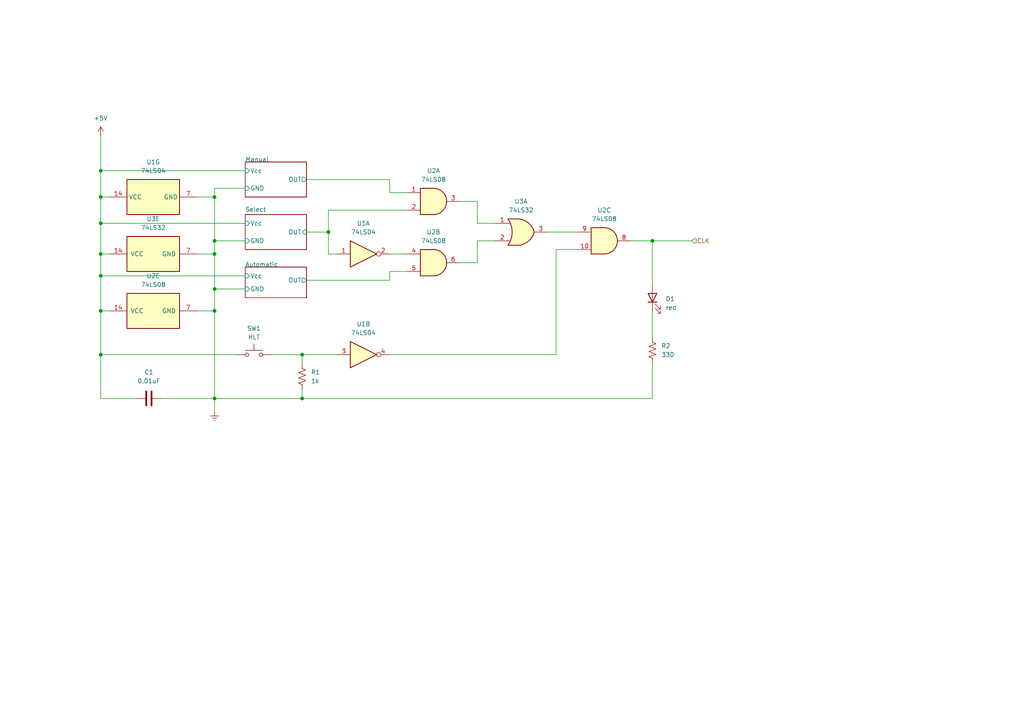
<source format=kicad_sch>
(kicad_sch (version 20230121) (generator eeschema)
  (paper "A4")
  (title_block (title "Clock generation") (date "2023-01-29") (rev "0"))
  (lib_symbols
    (symbol "74xx:74LS04"
      (property "Reference" "U" (at 0 1.27 0))
      (property "Value" "74LS04" (at 0 -1.27 0))
      (symbol "74LS04_1_0"
        (polyline (pts (xy -3.81 3.81) (xy -3.81 -3.81) (xy 3.81 0) (xy -3.81 3.81)) (stroke (width 0.254)) (fill (type background)))
        (pin input line (at -7.62 0 0) (length 3.81) (name "~") (number "1"))
        (pin output inverted (at 7.62 0 180) (length 3.81) (name "~") (number "2"))
      )
      (symbol "74LS04_2_0"
        (polyline (pts (xy -3.81 3.81) (xy -3.81 -3.81) (xy 3.81 0) (xy -3.81 3.81)) (stroke (width 0.254)) (fill (type background)))
        (pin input line (at -7.62 0 0) (length 3.81) (name "~") (number "3"))
        (pin output inverted (at 7.62 0 180) (length 3.81) (name "~") (number "4"))
      )
      (symbol "74LS04_3_0"
        (polyline (pts (xy -3.81 3.81) (xy -3.81 -3.81) (xy 3.81 0) (xy -3.81 3.81)) (stroke (width 0.254)) (fill (type background)))
        (pin input line (at -7.62 0 0) (length 3.81) (name "~") (number "5"))
        (pin output inverted (at 7.62 0 180) (length 3.81) (name "~") (number "6"))
      )
      (symbol "74LS04_4_0"
        (polyline (pts (xy -3.81 3.81) (xy -3.81 -3.81) (xy 3.81 0) (xy -3.81 3.81)) (stroke (width 0.254)) (fill (type background)))
        (pin output inverted (at 7.62 0 180) (length 3.81) (name "~") (number "8"))
        (pin input line (at -7.62 0 0) (length 3.81) (name "~") (number "9"))
      )
      (symbol "74LS04_5_0"
        (polyline (pts (xy -3.81 3.81) (xy -3.81 -3.81) (xy 3.81 0) (xy -3.81 3.81)) (stroke (width 0.254)) (fill (type background)))
        (pin output inverted (at 7.62 0 180) (length 3.81) (name "~") (number "10"))
        (pin input line (at -7.62 0 0) (length 3.81) (name "~") (number "11"))
      )
      (symbol "74LS04_6_0"
        (polyline (pts (xy -3.81 3.81) (xy -3.81 -3.81) (xy 3.81 0) (xy -3.81 3.81)) (stroke (width 0.254)) (fill (type background)))
        (pin output inverted (at 7.62 0 180) (length 3.81) (name "~") (number "12"))
        (pin input line (at -7.62 0 0) (length 3.81) (name "~") (number "13"))
      )
      (symbol "74LS04_7_0"
        (pin power_in line (at 0 12.7 270) (length 5.08) (name "VCC") (number "14"))
        (pin power_in line (at 0 -12.7 90) (length 5.08) (name "GND") (number "7"))
      )
      (symbol "74LS04_7_1"
        (rectangle (start -5.08 7.62) (end 5.08 -7.62) (stroke (width 0.254)) (fill (type background)))
      )
    )
    (symbol "74xx:74LS08" (pin_names (offset 1.016))
      (property "Reference" "U" (at 0 1.27 0))
      (property "Value" "74LS08" (at 0 -1.27 0))
      (symbol "74LS08_1_1"
        (arc (start 0 -3.81) (mid 3.7934 0) (end 0 3.81) (stroke (width 0.254)) (fill (type background)))
        (polyline (pts (xy 0 3.81) (xy -3.81 3.81) (xy -3.81 -3.81) (xy 0 -3.81)) (stroke (width 0.254)) (fill (type background)))
        (pin input line (at -7.62 2.54 0) (length 3.81) (name "~") (number "1"))
        (pin input line (at -7.62 -2.54 0) (length 3.81) (name "~") (number "2"))
        (pin output line (at 7.62 0 180) (length 3.81) (name "~") (number "3"))
      )
      (symbol "74LS08_1_2"
        (arc (start -3.81 -3.81) (mid -2.589 0) (end -3.81 3.81) (stroke (width 0.254)))
        (arc (start -0.6096 -3.81) (mid 2.1842 -2.5851) (end 3.81 0) (stroke (width 0.254)) (fill (type background)))
        (polyline (pts (xy -3.81 -3.81) (xy -0.635 -3.81)) (stroke (width 0.254)) (fill (type background)))
        (polyline (pts (xy -3.81 3.81) (xy -0.635 3.81)) (stroke (width 0.254)) (fill (type background)))
        (polyline (pts (xy -0.635 3.81) (xy -3.81 3.81) (xy -3.81 3.81) (xy -3.556 3.4036) (xy -3.0226 2.2606) (xy -2.6924 1.0414) (xy -2.6162 -0.254) (xy -2.7686 -1.4986) (xy -3.175 -2.7178) (xy -3.81 -3.81) (xy -3.81 -3.81) (xy -0.635 -3.81)) (stroke (width -25.4)) (fill (type background)))
        (arc (start 3.81 0) (mid 2.1915 2.5936) (end -0.6096 3.81) (stroke (width 0.254)) (fill (type background)))
        (pin input inverted (at -7.62 2.54 0) (length 4.318) (name "~") (number "1"))
        (pin input inverted (at -7.62 -2.54 0) (length 4.318) (name "~") (number "2"))
        (pin output inverted (at 7.62 0 180) (length 3.81) (name "~") (number "3"))
      )
      (symbol "74LS08_2_1"
        (arc (start 0 -3.81) (mid 3.7934 0) (end 0 3.81) (stroke (width 0.254)) (fill (type background)))
        (polyline (pts (xy 0 3.81) (xy -3.81 3.81) (xy -3.81 -3.81) (xy 0 -3.81)) (stroke (width 0.254)) (fill (type background)))
        (pin input line (at -7.62 2.54 0) (length 3.81) (name "~") (number "4"))
        (pin input line (at -7.62 -2.54 0) (length 3.81) (name "~") (number "5"))
        (pin output line (at 7.62 0 180) (length 3.81) (name "~") (number "6"))
      )
      (symbol "74LS08_2_2"
        (arc (start -3.81 -3.81) (mid -2.589 0) (end -3.81 3.81) (stroke (width 0.254)))
        (arc (start -0.6096 -3.81) (mid 2.1842 -2.5851) (end 3.81 0) (stroke (width 0.254)) (fill (type background)))
        (polyline (pts (xy -3.81 -3.81) (xy -0.635 -3.81)) (stroke (width 0.254)) (fill (type background)))
        (polyline (pts (xy -3.81 3.81) (xy -0.635 3.81)) (stroke (width 0.254)) (fill (type background)))
        (polyline (pts (xy -0.635 3.81) (xy -3.81 3.81) (xy -3.81 3.81) (xy -3.556 3.4036) (xy -3.0226 2.2606) (xy -2.6924 1.0414) (xy -2.6162 -0.254) (xy -2.7686 -1.4986) (xy -3.175 -2.7178) (xy -3.81 -3.81) (xy -3.81 -3.81) (xy -0.635 -3.81)) (stroke (width -25.4)) (fill (type background)))
        (arc (start 3.81 0) (mid 2.1915 2.5936) (end -0.6096 3.81) (stroke (width 0.254)) (fill (type background)))
        (pin input inverted (at -7.62 2.54 0) (length 4.318) (name "~") (number "4"))
        (pin input inverted (at -7.62 -2.54 0) (length 4.318) (name "~") (number "5"))
        (pin output inverted (at 7.62 0 180) (length 3.81) (name "~") (number "6"))
      )
      (symbol "74LS08_3_1"
        (arc (start 0 -3.81) (mid 3.7934 0) (end 0 3.81) (stroke (width 0.254)) (fill (type background)))
        (polyline (pts (xy 0 3.81) (xy -3.81 3.81) (xy -3.81 -3.81) (xy 0 -3.81)) (stroke (width 0.254)) (fill (type background)))
        (pin input line (at -7.62 -2.54 0) (length 3.81) (name "~") (number "10"))
        (pin output line (at 7.62 0 180) (length 3.81) (name "~") (number "8"))
        (pin input line (at -7.62 2.54 0) (length 3.81) (name "~") (number "9"))
      )
      (symbol "74LS08_3_2"
        (arc (start -3.81 -3.81) (mid -2.589 0) (end -3.81 3.81) (stroke (width 0.254)))
        (arc (start -0.6096 -3.81) (mid 2.1842 -2.5851) (end 3.81 0) (stroke (width 0.254)) (fill (type background)))
        (polyline (pts (xy -3.81 -3.81) (xy -0.635 -3.81)) (stroke (width 0.254)) (fill (type background)))
        (polyline (pts (xy -3.81 3.81) (xy -0.635 3.81)) (stroke (width 0.254)) (fill (type background)))
        (polyline (pts (xy -0.635 3.81) (xy -3.81 3.81) (xy -3.81 3.81) (xy -3.556 3.4036) (xy -3.0226 2.2606) (xy -2.6924 1.0414) (xy -2.6162 -0.254) (xy -2.7686 -1.4986) (xy -3.175 -2.7178) (xy -3.81 -3.81) (xy -3.81 -3.81) (xy -0.635 -3.81)) (stroke (width -25.4)) (fill (type background)))
        (arc (start 3.81 0) (mid 2.1915 2.5936) (end -0.6096 3.81) (stroke (width 0.254)) (fill (type background)))
        (pin input inverted (at -7.62 -2.54 0) (length 4.318) (name "~") (number "10"))
        (pin output inverted (at 7.62 0 180) (length 3.81) (name "~") (number "8"))
        (pin input inverted (at -7.62 2.54 0) (length 4.318) (name "~") (number "9"))
      )
      (symbol "74LS08_4_1"
        (arc (start 0 -3.81) (mid 3.7934 0) (end 0 3.81) (stroke (width 0.254)) (fill (type background)))
        (polyline (pts (xy 0 3.81) (xy -3.81 3.81) (xy -3.81 -3.81) (xy 0 -3.81)) (stroke (width 0.254)) (fill (type background)))
        (pin output line (at 7.62 0 180) (length 3.81) (name "~") (number "11"))
        (pin input line (at -7.62 2.54 0) (length 3.81) (name "~") (number "12"))
        (pin input line (at -7.62 -2.54 0) (length 3.81) (name "~") (number "13"))
      )
      (symbol "74LS08_4_2"
        (arc (start -3.81 -3.81) (mid -2.589 0) (end -3.81 3.81) (stroke (width 0.254)))
        (arc (start -0.6096 -3.81) (mid 2.1842 -2.5851) (end 3.81 0) (stroke (width 0.254)) (fill (type background)))
        (polyline (pts (xy -3.81 -3.81) (xy -0.635 -3.81)) (stroke (width 0.254)) (fill (type background)))
        (polyline (pts (xy -3.81 3.81) (xy -0.635 3.81)) (stroke (width 0.254)) (fill (type background)))
        (polyline (pts (xy -0.635 3.81) (xy -3.81 3.81) (xy -3.81 3.81) (xy -3.556 3.4036) (xy -3.0226 2.2606) (xy -2.6924 1.0414) (xy -2.6162 -0.254) (xy -2.7686 -1.4986) (xy -3.175 -2.7178) (xy -3.81 -3.81) (xy -3.81 -3.81) (xy -0.635 -3.81)) (stroke (width -25.4)) (fill (type background)))
        (arc (start 3.81 0) (mid 2.1915 2.5936) (end -0.6096 3.81) (stroke (width 0.254)) (fill (type background)))
        (pin output inverted (at 7.62 0 180) (length 3.81) (name "~") (number "11"))
        (pin input inverted (at -7.62 2.54 0) (length 4.318) (name "~") (number "12"))
        (pin input inverted (at -7.62 -2.54 0) (length 4.318) (name "~") (number "13"))
      )
      (symbol "74LS08_5_0"
        (pin power_in line (at 0 12.7 270) (length 5.08) (name "VCC") (number "14"))
        (pin power_in line (at 0 -12.7 90) (length 5.08) (name "GND") (number "7"))
      )
      (symbol "74LS08_5_1"
        (rectangle (start -5.08 7.62) (end 5.08 -7.62) (stroke (width 0.254)) (fill (type background)))
      )
    )
    (symbol "74xx:74LS32" (pin_names (offset 1.016))
      (property "Reference" "U" (at 0 1.27 0))
      (property "Value" "74LS32" (at 0 -1.27 0))
      (symbol "74LS32_1_1"
        (arc (start -3.81 -3.81) (mid -2.589 0) (end -3.81 3.81) (stroke (width 0.254)))
        (arc (start -0.6096 -3.81) (mid 2.1842 -2.5851) (end 3.81 0) (stroke (width 0.254)) (fill (type background)))
        (polyline (pts (xy -3.81 -3.81) (xy -0.635 -3.81)) (stroke (width 0.254)) (fill (type background)))
        (polyline (pts (xy -3.81 3.81) (xy -0.635 3.81)) (stroke (width 0.254)) (fill (type background)))
        (polyline (pts (xy -0.635 3.81) (xy -3.81 3.81) (xy -3.81 3.81) (xy -3.556 3.4036) (xy -3.0226 2.2606) (xy -2.6924 1.0414) (xy -2.6162 -0.254) (xy -2.7686 -1.4986) (xy -3.175 -2.7178) (xy -3.81 -3.81) (xy -3.81 -3.81) (xy -0.635 -3.81)) (stroke (width -25.4)) (fill (type background)))
        (arc (start 3.81 0) (mid 2.1915 2.5936) (end -0.6096 3.81) (stroke (width 0.254)) (fill (type background)))
        (pin input line (at -7.62 2.54 0) (length 4.318) (name "~") (number "1"))
        (pin input line (at -7.62 -2.54 0) (length 4.318) (name "~") (number "2"))
        (pin output line (at 7.62 0 180) (length 3.81) (name "~") (number "3"))
      )
      (symbol "74LS32_1_2"
        (arc (start 0 -3.81) (mid 3.7934 0) (end 0 3.81) (stroke (width 0.254)) (fill (type background)))
        (polyline (pts (xy 0 3.81) (xy -3.81 3.81) (xy -3.81 -3.81) (xy 0 -3.81)) (stroke (width 0.254)) (fill (type background)))
        (pin input inverted (at -7.62 2.54 0) (length 3.81) (name "~") (number "1"))
        (pin input inverted (at -7.62 -2.54 0) (length 3.81) (name "~") (number "2"))
        (pin output inverted (at 7.62 0 180) (length 3.81) (name "~") (number "3"))
      )
      (symbol "74LS32_2_1"
        (arc (start -3.81 -3.81) (mid -2.589 0) (end -3.81 3.81) (stroke (width 0.254)))
        (arc (start -0.6096 -3.81) (mid 2.1842 -2.5851) (end 3.81 0) (stroke (width 0.254)) (fill (type background)))
        (polyline (pts (xy -3.81 -3.81) (xy -0.635 -3.81)) (stroke (width 0.254)) (fill (type background)))
        (polyline (pts (xy -3.81 3.81) (xy -0.635 3.81)) (stroke (width 0.254)) (fill (type background)))
        (polyline (pts (xy -0.635 3.81) (xy -3.81 3.81) (xy -3.81 3.81) (xy -3.556 3.4036) (xy -3.0226 2.2606) (xy -2.6924 1.0414) (xy -2.6162 -0.254) (xy -2.7686 -1.4986) (xy -3.175 -2.7178) (xy -3.81 -3.81) (xy -3.81 -3.81) (xy -0.635 -3.81)) (stroke (width -25.4)) (fill (type background)))
        (arc (start 3.81 0) (mid 2.1915 2.5936) (end -0.6096 3.81) (stroke (width 0.254)) (fill (type background)))
        (pin input line (at -7.62 2.54 0) (length 4.318) (name "~") (number "4"))
        (pin input line (at -7.62 -2.54 0) (length 4.318) (name "~") (number "5"))
        (pin output line (at 7.62 0 180) (length 3.81) (name "~") (number "6"))
      )
      (symbol "74LS32_2_2"
        (arc (start 0 -3.81) (mid 3.7934 0) (end 0 3.81) (stroke (width 0.254)) (fill (type background)))
        (polyline (pts (xy 0 3.81) (xy -3.81 3.81) (xy -3.81 -3.81) (xy 0 -3.81)) (stroke (width 0.254)) (fill (type background)))
        (pin input inverted (at -7.62 2.54 0) (length 3.81) (name "~") (number "4"))
        (pin input inverted (at -7.62 -2.54 0) (length 3.81) (name "~") (number "5"))
        (pin output inverted (at 7.62 0 180) (length 3.81) (name "~") (number "6"))
      )
      (symbol "74LS32_3_1"
        (arc (start -3.81 -3.81) (mid -2.589 0) (end -3.81 3.81) (stroke (width 0.254)))
        (arc (start -0.6096 -3.81) (mid 2.1842 -2.5851) (end 3.81 0) (stroke (width 0.254)) (fill (type background)))
        (polyline (pts (xy -3.81 -3.81) (xy -0.635 -3.81)) (stroke (width 0.254)) (fill (type background)))
        (polyline (pts (xy -3.81 3.81) (xy -0.635 3.81)) (stroke (width 0.254)) (fill (type background)))
        (polyline (pts (xy -0.635 3.81) (xy -3.81 3.81) (xy -3.81 3.81) (xy -3.556 3.4036) (xy -3.0226 2.2606) (xy -2.6924 1.0414) (xy -2.6162 -0.254) (xy -2.7686 -1.4986) (xy -3.175 -2.7178) (xy -3.81 -3.81) (xy -3.81 -3.81) (xy -0.635 -3.81)) (stroke (width -25.4)) (fill (type background)))
        (arc (start 3.81 0) (mid 2.1915 2.5936) (end -0.6096 3.81) (stroke (width 0.254)) (fill (type background)))
        (pin input line (at -7.62 -2.54 0) (length 4.318) (name "~") (number "10"))
        (pin output line (at 7.62 0 180) (length 3.81) (name "~") (number "8"))
        (pin input line (at -7.62 2.54 0) (length 4.318) (name "~") (number "9"))
      )
      (symbol "74LS32_3_2"
        (arc (start 0 -3.81) (mid 3.7934 0) (end 0 3.81) (stroke (width 0.254)) (fill (type background)))
        (polyline (pts (xy 0 3.81) (xy -3.81 3.81) (xy -3.81 -3.81) (xy 0 -3.81)) (stroke (width 0.254)) (fill (type background)))
        (pin input inverted (at -7.62 -2.54 0) (length 3.81) (name "~") (number "10"))
        (pin output inverted (at 7.62 0 180) (length 3.81) (name "~") (number "8"))
        (pin input inverted (at -7.62 2.54 0) (length 3.81) (name "~") (number "9"))
      )
      (symbol "74LS32_4_1"
        (arc (start -3.81 -3.81) (mid -2.589 0) (end -3.81 3.81) (stroke (width 0.254)))
        (arc (start -0.6096 -3.81) (mid 2.1842 -2.5851) (end 3.81 0) (stroke (width 0.254)) (fill (type background)))
        (polyline (pts (xy -3.81 -3.81) (xy -0.635 -3.81)) (stroke (width 0.254)) (fill (type background)))
        (polyline (pts (xy -3.81 3.81) (xy -0.635 3.81)) (stroke (width 0.254)) (fill (type background)))
        (polyline (pts (xy -0.635 3.81) (xy -3.81 3.81) (xy -3.81 3.81) (xy -3.556 3.4036) (xy -3.0226 2.2606) (xy -2.6924 1.0414) (xy -2.6162 -0.254) (xy -2.7686 -1.4986) (xy -3.175 -2.7178) (xy -3.81 -3.81) (xy -3.81 -3.81) (xy -0.635 -3.81)) (stroke (width -25.4)) (fill (type background)))
        (arc (start 3.81 0) (mid 2.1915 2.5936) (end -0.6096 3.81) (stroke (width 0.254)) (fill (type background)))
        (pin output line (at 7.62 0 180) (length 3.81) (name "~") (number "11"))
        (pin input line (at -7.62 2.54 0) (length 4.318) (name "~") (number "12"))
        (pin input line (at -7.62 -2.54 0) (length 4.318) (name "~") (number "13"))
      )
      (symbol "74LS32_4_2"
        (arc (start 0 -3.81) (mid 3.7934 0) (end 0 3.81) (stroke (width 0.254)) (fill (type background)))
        (polyline (pts (xy 0 3.81) (xy -3.81 3.81) (xy -3.81 -3.81) (xy 0 -3.81)) (stroke (width 0.254)) (fill (type background)))
        (pin output inverted (at 7.62 0 180) (length 3.81) (name "~") (number "11"))
        (pin input inverted (at -7.62 2.54 0) (length 3.81) (name "~") (number "12"))
        (pin input inverted (at -7.62 -2.54 0) (length 3.81) (name "~") (number "13"))
      )
      (symbol "74LS32_5_0"
        (pin power_in line (at 0 12.7 270) (length 5.08) (name "VCC") (number "14"))
        (pin power_in line (at 0 -12.7 90) (length 5.08) (name "GND") (number "7"))
      )
      (symbol "74LS32_5_1"
        (rectangle (start -5.08 7.62) (end 5.08 -7.62) (stroke (width 0.254)) (fill (type background)))
      )
    )
    (symbol "Device:C" (pin_numbers hide) (pin_names (offset 0.254))
      (property "Reference" "C" (at 0.635 2.54 0))
      (property "Value" "C" (at 0.635 -2.54 0))
      (symbol "C_0_1"
        (polyline (pts (xy -2.032 -0.762) (xy 2.032 -0.762)) (stroke (width 0.508)))
        (polyline (pts (xy -2.032 0.762) (xy 2.032 0.762)) (stroke (width 0.508)))
      )
      (symbol "C_1_1"
        (pin passive line (at 0 3.81 270) (length 2.794) (name "~") (number "1"))
        (pin passive line (at 0 -3.81 90) (length 2.794) (name "~") (number "2"))
      )
    )
    (symbol "Device:LED" (pin_numbers hide) (pin_names (offset 1.016) hide)
      (property "Reference" "D" (at 0 2.54 0))
      (property "Value" "LED" (at 0 -2.54 0))
      (symbol "LED_0_1"
        (polyline (pts (xy -1.27 -1.27) (xy -1.27 1.27)) (stroke (width 0.254)))
        (polyline (pts (xy -1.27 0) (xy 1.27 0)))
        (polyline (pts (xy 1.27 -1.27) (xy 1.27 1.27) (xy -1.27 0) (xy 1.27 -1.27)) (stroke (width 0.254)))
        (polyline (pts (xy -3.048 -0.762) (xy -4.572 -2.286) (xy -3.81 -2.286) (xy -4.572 -2.286) (xy -4.572 -1.524)))
        (polyline (pts (xy -1.778 -0.762) (xy -3.302 -2.286) (xy -2.54 -2.286) (xy -3.302 -2.286) (xy -3.302 -1.524)))
      )
      (symbol "LED_1_1"
        (pin passive line (at -3.81 0 0) (length 2.54) (name "K") (number "1"))
        (pin passive line (at 3.81 0 180) (length 2.54) (name "A") (number "2"))
      )
    )
    (symbol "Device:R_US" (pin_numbers hide) (pin_names (offset 0))
      (property "Reference" "R" (at 2.54 0 90))
      (property "Value" "R_US" (at -2.54 0 90))
      (symbol "R_US_0_1"
        (polyline (pts (xy 0 -2.286) (xy 0 -2.54)))
        (polyline (pts (xy 0 2.286) (xy 0 2.54)))
        (polyline (pts (xy 0 -0.762) (xy 1.016 -1.143) (xy 0 -1.524) (xy -1.016 -1.905) (xy 0 -2.286)))
        (polyline (pts (xy 0 0.762) (xy 1.016 0.381) (xy 0 0) (xy -1.016 -0.381) (xy 0 -0.762)))
        (polyline (pts (xy 0 2.286) (xy 1.016 1.905) (xy 0 1.524) (xy -1.016 1.143) (xy 0 0.762)))
      )
      (symbol "R_US_1_1"
        (pin passive line (at 0 3.81 270) (length 1.27) (name "~") (number "1"))
        (pin passive line (at 0 -3.81 90) (length 1.27) (name "~") (number "2"))
      )
    )
    (symbol "Switch:SW_Push" (pin_numbers hide) (pin_names (offset 1.016) hide)
      (property "Reference" "SW" (at 1.27 2.54 0))
      (property "Value" "SW_Push" (at 0 -1.524 0))
      (symbol "SW_Push_0_1"
        (circle (center -2.032 0) (radius 0.508))
        (polyline (pts (xy 0 1.27) (xy 0 3.048)))
        (polyline (pts (xy 2.54 1.27) (xy -2.54 1.27)))
        (circle (center 2.032 0) (radius 0.508))
        (pin passive line (at -5.08 0 0) (length 2.54) (name "1") (number "1"))
        (pin passive line (at 5.08 0 180) (length 2.54) (name "2") (number "2"))
      )
    )
    (symbol "power:+5V" (power) (pin_names (offset 0))
      (property "Value" "+5V" (at 0 3.556 0))
      (symbol "+5V_0_1"
        (polyline (pts (xy -0.762 1.27) (xy 0 2.54)))
        (polyline (pts (xy 0 0) (xy 0 2.54)))
        (polyline (pts (xy 0 2.54) (xy 0.762 1.27)))
      )
      (symbol "+5V_1_1"
        (pin power_in line (at 0 0 90) (length 0) hide (name "+5V") (number "1"))
      )
    )
    (symbol "power:Earth" (power) (pin_names (offset 0))
      (symbol "Earth_0_1"
        (polyline (pts (xy -0.635 -1.905) (xy 0.635 -1.905)))
        (polyline (pts (xy -0.127 -2.54) (xy 0.127 -2.54)))
        (polyline (pts (xy 0 -1.27) (xy 0 0)))
        (polyline (pts (xy 1.27 -1.27) (xy -1.27 -1.27)))
      )
      (symbol "Earth_1_1"
        (pin power_in line (at 0 0 270) (length 0) hide (name "Earth") (number "1"))
      )
    )
  )
  (junction (at 29.21 102.87))
  (junction (at 87.63 102.87))
  (junction (at 62.23 115.57))
  (junction (at 29.21 73.66))
  (junction (at 29.21 57.15))
  (junction (at 87.63 115.57))
  (junction (at 29.21 49.53))
  (junction (at 29.21 64.77))
  (junction (at 29.21 90.17))
  (junction (at 189.23 69.85))
  (junction (at 29.21 80.01))
  (junction (at 62.23 69.85))
  (junction (at 62.23 57.15))
  (junction (at 62.23 73.66))
  (junction (at 62.23 83.82))
  (junction (at 95.25 67.31))
  (junction (at 62.23 90.17))
  (wire (pts (xy 158.75 67.31) (xy 167.64 67.31)))
  (wire (pts (xy 113.03 78.74) (xy 118.11 78.74)))
  (wire (pts (xy 57.15 73.66) (xy 62.23 73.66)))
  (wire (pts (xy 29.21 73.66) (xy 29.21 64.77)))
  (wire (pts (xy 62.23 73.66) (xy 62.23 83.82)))
  (wire (pts (xy 189.23 115.57) (xy 87.63 115.57)))
  (wire (pts (xy 39.37 115.57) (xy 29.21 115.57)))
  (wire (pts (xy 29.21 57.15) (xy 31.75 57.15)))
  (wire (pts (xy 57.15 57.15) (xy 62.23 57.15)))
  (wire (pts (xy 138.43 58.42) (xy 138.43 64.77)))
  (wire (pts (xy 29.21 115.57) (xy 29.21 102.87)))
  (wire (pts (xy 113.03 102.87) (xy 161.29 102.87)))
  (wire (pts (xy 189.23 69.85) (xy 200.66 69.85)))
  (wire (pts (xy 189.23 69.85) (xy 189.23 82.55)))
  (wire (pts (xy 62.23 69.85) (xy 62.23 73.66)))
  (wire (pts (xy 161.29 72.39) (xy 167.64 72.39)))
  (wire (pts (xy 57.15 90.17) (xy 62.23 90.17)))
  (wire (pts (xy 29.21 90.17) (xy 29.21 80.01)))
  (wire (pts (xy 29.21 102.87) (xy 68.58 102.87)))
  (wire (pts (xy 189.23 105.41) (xy 189.23 115.57)))
  (wire (pts (xy 62.23 90.17) (xy 62.23 115.57)))
  (wire (pts (xy 62.23 83.82) (xy 71.12 83.82)))
  (wire (pts (xy 29.21 49.53) (xy 71.12 49.53)))
  (wire (pts (xy 113.03 52.07) (xy 113.03 55.88)))
  (wire (pts (xy 113.03 73.66) (xy 118.11 73.66)))
  (wire (pts (xy 78.74 102.87) (xy 87.63 102.87)))
  (wire (pts (xy 88.9 67.31) (xy 95.25 67.31)))
  (wire (pts (xy 29.21 73.66) (xy 31.75 73.66)))
  (wire (pts (xy 138.43 69.85) (xy 143.51 69.85)))
  (wire (pts (xy 138.43 76.2) (xy 138.43 69.85)))
  (wire (pts (xy 97.79 73.66) (xy 95.25 73.66)))
  (wire (pts (xy 29.21 49.53) (xy 29.21 39.37)))
  (wire (pts (xy 95.25 60.96) (xy 118.11 60.96)))
  (wire (pts (xy 161.29 102.87) (xy 161.29 72.39)))
  (wire (pts (xy 138.43 64.77) (xy 143.51 64.77)))
  (wire (pts (xy 189.23 90.17) (xy 189.23 97.79)))
  (wire (pts (xy 95.25 73.66) (xy 95.25 67.31)))
  (wire (pts (xy 29.21 64.77) (xy 29.21 57.15)))
  (wire (pts (xy 87.63 113.03) (xy 87.63 115.57)))
  (wire (pts (xy 29.21 64.77) (xy 71.12 64.77)))
  (wire (pts (xy 87.63 102.87) (xy 87.63 105.41)))
  (wire (pts (xy 29.21 80.01) (xy 29.21 73.66)))
  (wire (pts (xy 29.21 90.17) (xy 29.21 102.87)))
  (wire (pts (xy 138.43 76.2) (xy 133.35 76.2)))
  (wire (pts (xy 29.21 90.17) (xy 31.75 90.17)))
  (wire (pts (xy 29.21 57.15) (xy 29.21 49.53)))
  (wire (pts (xy 62.23 83.82) (xy 62.23 90.17)))
  (wire (pts (xy 71.12 54.61) (xy 62.23 54.61)))
  (wire (pts (xy 29.21 80.01) (xy 71.12 80.01)))
  (wire (pts (xy 88.9 81.28) (xy 113.03 81.28)))
  (wire (pts (xy 133.35 58.42) (xy 138.43 58.42)))
  (wire (pts (xy 87.63 115.57) (xy 62.23 115.57)))
  (wire (pts (xy 87.63 102.87) (xy 97.79 102.87)))
  (wire (pts (xy 113.03 55.88) (xy 118.11 55.88)))
  (wire (pts (xy 62.23 54.61) (xy 62.23 57.15)))
  (wire (pts (xy 62.23 115.57) (xy 62.23 119.38)))
  (wire (pts (xy 46.99 115.57) (xy 62.23 115.57)))
  (wire (pts (xy 113.03 81.28) (xy 113.03 78.74)))
  (wire (pts (xy 62.23 69.85) (xy 71.12 69.85)))
  (wire (pts (xy 182.88 69.85) (xy 189.23 69.85)))
  (wire (pts (xy 88.9 52.07) (xy 113.03 52.07)))
  (wire (pts (xy 95.25 60.96) (xy 95.25 67.31)))
  (wire (pts (xy 62.23 57.15) (xy 62.23 69.85)))
  (hierarchical_label "CLK" (shape input) (at 200.66 69.85 0))
  (symbol (lib_id "74xx:74LS04") (at 105.41 102.87 0) (unit 2)
    (property "Reference" "U1" (at 105.41 93.98 0))
    (property "Value" "74LS04" (at 105.41 96.52 0))
    (property "Datasheet" "http://www.ti.com/lit/gpn/sn74LS04" (effects hide))
  )
  (symbol (lib_id "Device:LED") (at 189.23 86.36 90) (unit 1)
    (property "Reference" "D1" (at 193.04 86.6774 90) (effects (justify right)))
    (property "Value" "red" (at 193.04 89.2174 90) (effects (justify right)))
  )
  (symbol (lib_id "74xx:74LS04") (at 44.45 57.15 90) (unit 7)
    (property "Reference" "U1" (at 44.45 46.99 90))
    (property "Value" "74LS04" (at 44.45 49.53 90))
    (property "Datasheet" "http://www.ti.com/lit/gpn/sn74LS04" (effects hide))
  )
  (symbol (lib_id "Device:C") (at 43.18 115.57 90) (unit 1)
    (property "Reference" "C1" (at 43.18 107.95 90))
    (property "Value" "0.01uF" (at 43.18 110.49 90))
  )
  (symbol (lib_id "74xx:74LS32") (at 44.45 73.66 90) (unit 5)
    (property "Reference" "U3" (at 44.45 63.5 90))
    (property "Value" "74LS32" (at 44.45 66.04 90))
    (property "Datasheet" "http://www.ti.com/lit/gpn/sn74LS32" (effects hide))
  )
  (symbol (lib_id "74xx:74LS32") (at 151.13 67.31 0) (unit 1)
    (property "Reference" "U3" (at 151.13 58.42 0))
    (property "Value" "74LS32" (at 151.13 60.96 0))
    (property "Datasheet" "http://www.ti.com/lit/gpn/sn74LS32" (effects hide))
  )
  (symbol (lib_id "Switch:SW_Push") (at 73.66 102.87 0) (unit 1)
    (property "Reference" "SW1" (at 73.66 95.25 0))
    (property "Value" "HLT" (at 73.66 97.79 0))
  )
  (symbol (lib_id "74xx:74LS04") (at 105.41 73.66 0) (unit 1)
    (property "Reference" "U1" (at 105.41 64.77 0))
    (property "Value" "74LS04" (at 105.41 67.31 0))
    (property "Datasheet" "http://www.ti.com/lit/gpn/sn74LS04" (effects hide))
  )
  (symbol (lib_id "Device:R_US") (at 87.63 109.22 0) (unit 1)
    (property "Reference" "R1" (at 90.17 107.9499 0) (effects (justify left)))
    (property "Value" "1k" (at 90.17 110.4899 0) (effects (justify left)))
  )
  (symbol (lib_id "74xx:74LS08") (at 44.45 90.17 90) (unit 5)
    (property "Reference" "U2" (at 44.45 80.01 90))
    (property "Value" "74LS08" (at 44.45 82.55 90))
    (property "Datasheet" "http://www.ti.com/lit/gpn/sn74LS08" (effects hide))
  )
  (symbol (lib_id "74xx:74LS08") (at 125.73 58.42 0) (unit 1)
    (property "Reference" "U2" (at 125.73 49.53 0))
    (property "Value" "74LS08" (at 125.73 52.07 0))
    (property "Datasheet" "http://www.ti.com/lit/gpn/sn74LS08" (effects hide))
  )
  (symbol (lib_id "power:+5V") (at 29.21 39.37 0) (unit 1)
    (property "Reference" "#PWR0102" (effects hide))
    (property "Value" "+5V" (at 29.21 34.29 0))
  )
  (symbol (lib_id "74xx:74LS08") (at 175.26 69.85 0) (unit 3)
    (property "Reference" "U2" (at 175.26 60.96 0))
    (property "Value" "74LS08" (at 175.26 63.5 0))
    (property "Datasheet" "http://www.ti.com/lit/gpn/sn74LS08" (effects hide))
  )
  (symbol (lib_id "Device:R_US") (at 189.23 101.6 0) (unit 1)
    (property "Reference" "R2" (at 191.77 100.3299 0) (effects (justify left)))
    (property "Value" "330" (at 191.77 102.8699 0) (effects (justify left)))
  )
  (symbol (lib_id "power:Earth") (at 62.23 119.38 0) (unit 1)
    (property "Reference" "#PWR0101" (effects hide))
    (property "Value" "Earth" (effects hide))
  )
  (symbol (lib_id "74xx:74LS08") (at 125.73 76.2 0) (unit 2)
    (property "Reference" "U2" (at 125.73 67.31 0))
    (property "Value" "74LS08" (at 125.73 69.85 0))
    (property "Datasheet" "http://www.ti.com/lit/gpn/sn74LS08" (effects hide))
  )
  (sheet (at 71.12 62.23) (size 17.78 10.16) (stroke (width 0.1524))
    (property "Sheetname" "Select" (at 71.12 61.5184 0) (effects (justify left bottom)))
    (property "Sheetfile" "bistable.kicad_sch" (effects hide))
    (pin "Vcc" input (at 71.12 64.77 180))
    (pin "OUT" input (at 88.9 67.31 0))
    (pin "GND" input (at 71.12 69.85 180))
  )
  (sheet (at 71.12 77.47) (size 17.78 8.89) (stroke (width 0.1524))
    (property "Sheetname" "Automatic" (at 71.12 77.47 0) (effects (justify left bottom)))
    (property "Sheetfile" "astable.kicad_sch" (effects hide))
    (pin "Vcc" input (at 71.12 80.01 180))
    (pin "GND" input (at 71.12 83.82 180))
    (pin "OUT" output (at 88.9 81.28 0))
  )
  (sheet (at 71.12 46.99) (size 17.78 10.16) (stroke (width 0.1524))
    (property "Sheetname" "Manual" (at 71.12 46.99 0) (effects (justify left bottom)))
    (property "Sheetfile" "monostable.kicad_sch" (effects hide))
    (pin "GND" input (at 71.12 54.61 180))
    (pin "OUT" output (at 88.9 52.07 0))
    (pin "Vcc" input (at 71.12 49.53 180))
  )
)
</source>
